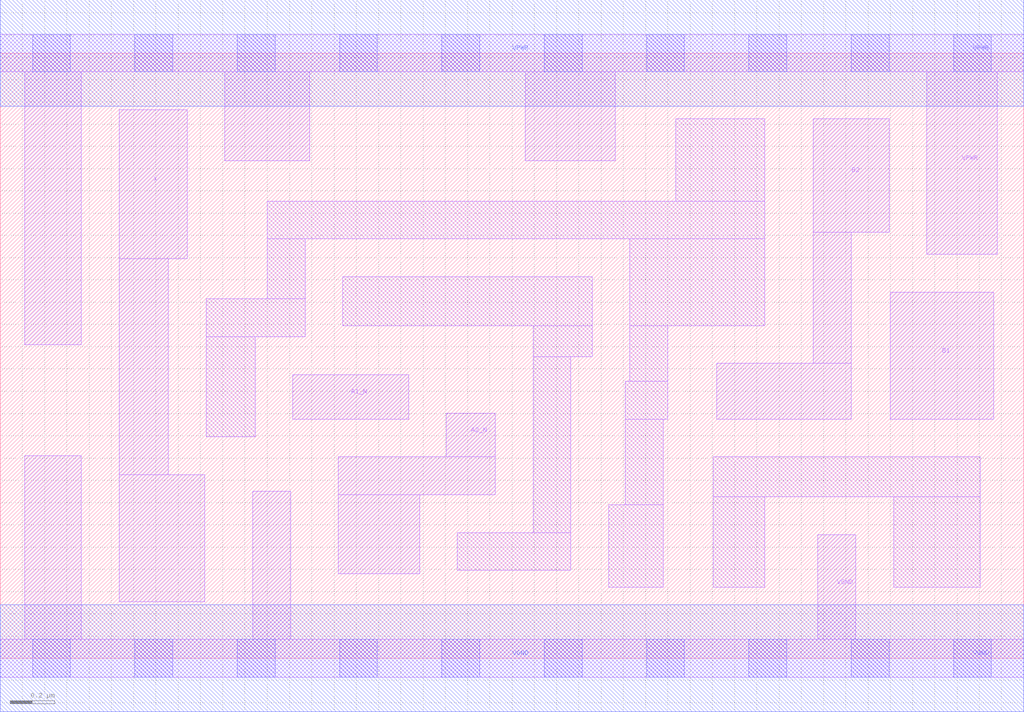
<source format=lef>
# Copyright 2020 The SkyWater PDK Authors
#
# Licensed under the Apache License, Version 2.0 (the "License");
# you may not use this file except in compliance with the License.
# You may obtain a copy of the License at
#
#     https://www.apache.org/licenses/LICENSE-2.0
#
# Unless required by applicable law or agreed to in writing, software
# distributed under the License is distributed on an "AS IS" BASIS,
# WITHOUT WARRANTIES OR CONDITIONS OF ANY KIND, either express or implied.
# See the License for the specific language governing permissions and
# limitations under the License.
#
# SPDX-License-Identifier: Apache-2.0

VERSION 5.7 ;
  NAMESCASESENSITIVE ON ;
  NOWIREEXTENSIONATPIN ON ;
  DIVIDERCHAR "/" ;
  BUSBITCHARS "[]" ;
UNITS
  DATABASE MICRONS 200 ;
END UNITS
PROPERTYDEFINITIONS
  MACRO maskLayoutSubType STRING ;
  MACRO prCellType STRING ;
  MACRO originalViewName STRING ;
END PROPERTYDEFINITIONS
MACRO sky130_fd_sc_hdll__o2bb2a_2
  CLASS CORE ;
  FOREIGN sky130_fd_sc_hdll__o2bb2a_2 ;
  ORIGIN  0.000000  0.000000 ;
  SIZE  4.600000 BY  2.720000 ;
  SYMMETRY X Y R90 ;
  SITE unithd ;
  PIN A1_N
    ANTENNAGATEAREA  0.178200 ;
    DIRECTION INPUT ;
    USE SIGNAL ;
    PORT
      LAYER li1 ;
        RECT 1.315000 1.075000 1.835000 1.275000 ;
    END
  END A1_N
  PIN A2_N
    ANTENNAGATEAREA  0.178200 ;
    DIRECTION INPUT ;
    USE SIGNAL ;
    PORT
      LAYER li1 ;
        RECT 1.520000 0.380000 1.885000 0.735000 ;
        RECT 1.520000 0.735000 2.225000 0.905000 ;
        RECT 2.005000 0.905000 2.225000 1.100000 ;
    END
  END A2_N
  PIN B1
    ANTENNAGATEAREA  0.178200 ;
    DIRECTION INPUT ;
    USE SIGNAL ;
    PORT
      LAYER li1 ;
        RECT 4.000000 1.075000 4.465000 1.645000 ;
    END
  END B1
  PIN B2
    ANTENNAGATEAREA  0.178200 ;
    DIRECTION INPUT ;
    USE SIGNAL ;
    PORT
      LAYER li1 ;
        RECT 3.220000 1.075000 3.825000 1.325000 ;
        RECT 3.655000 1.325000 3.825000 1.915000 ;
        RECT 3.655000 1.915000 3.995000 2.425000 ;
    END
  END B2
  PIN X
    ANTENNADIFFAREA  0.498000 ;
    DIRECTION OUTPUT ;
    USE SIGNAL ;
    PORT
      LAYER li1 ;
        RECT 0.535000 0.255000 0.920000 0.825000 ;
        RECT 0.535000 0.825000 0.755000 1.795000 ;
        RECT 0.535000 1.795000 0.840000 2.465000 ;
    END
  END X
  PIN VGND
    DIRECTION INOUT ;
    USE GROUND ;
    PORT
      LAYER li1 ;
        RECT 0.000000 -0.085000 4.600000 0.085000 ;
        RECT 0.110000  0.085000 0.365000 0.910000 ;
        RECT 1.135000  0.085000 1.305000 0.750000 ;
        RECT 3.675000  0.085000 3.845000 0.555000 ;
      LAYER mcon ;
        RECT 0.145000 -0.085000 0.315000 0.085000 ;
        RECT 0.605000 -0.085000 0.775000 0.085000 ;
        RECT 1.065000 -0.085000 1.235000 0.085000 ;
        RECT 1.525000 -0.085000 1.695000 0.085000 ;
        RECT 1.985000 -0.085000 2.155000 0.085000 ;
        RECT 2.445000 -0.085000 2.615000 0.085000 ;
        RECT 2.905000 -0.085000 3.075000 0.085000 ;
        RECT 3.365000 -0.085000 3.535000 0.085000 ;
        RECT 3.825000 -0.085000 3.995000 0.085000 ;
        RECT 4.285000 -0.085000 4.455000 0.085000 ;
      LAYER met1 ;
        RECT 0.000000 -0.240000 4.600000 0.240000 ;
    END
  END VGND
  PIN VPWR
    DIRECTION INOUT ;
    USE POWER ;
    PORT
      LAYER li1 ;
        RECT 0.000000 2.635000 4.600000 2.805000 ;
        RECT 0.110000 1.410000 0.365000 2.635000 ;
        RECT 1.010000 2.235000 1.390000 2.635000 ;
        RECT 2.360000 2.235000 2.765000 2.635000 ;
        RECT 4.165000 1.815000 4.480000 2.635000 ;
      LAYER mcon ;
        RECT 0.145000 2.635000 0.315000 2.805000 ;
        RECT 0.605000 2.635000 0.775000 2.805000 ;
        RECT 1.065000 2.635000 1.235000 2.805000 ;
        RECT 1.525000 2.635000 1.695000 2.805000 ;
        RECT 1.985000 2.635000 2.155000 2.805000 ;
        RECT 2.445000 2.635000 2.615000 2.805000 ;
        RECT 2.905000 2.635000 3.075000 2.805000 ;
        RECT 3.365000 2.635000 3.535000 2.805000 ;
        RECT 3.825000 2.635000 3.995000 2.805000 ;
        RECT 4.285000 2.635000 4.455000 2.805000 ;
      LAYER met1 ;
        RECT 0.000000 2.480000 4.600000 2.960000 ;
    END
  END VPWR
  OBS
    LAYER li1 ;
      RECT 0.925000 0.995000 1.145000 1.445000 ;
      RECT 0.925000 1.445000 1.370000 1.615000 ;
      RECT 1.200000 1.615000 1.370000 1.885000 ;
      RECT 1.200000 1.885000 3.435000 2.055000 ;
      RECT 1.540000 1.495000 2.660000 1.715000 ;
      RECT 2.055000 0.395000 2.565000 0.565000 ;
      RECT 2.395000 0.565000 2.565000 1.355000 ;
      RECT 2.395000 1.355000 2.660000 1.495000 ;
      RECT 2.735000 0.320000 2.980000 0.690000 ;
      RECT 2.810000 0.690000 2.980000 1.075000 ;
      RECT 2.810000 1.075000 3.000000 1.245000 ;
      RECT 2.830000 1.245000 3.000000 1.495000 ;
      RECT 2.830000 1.495000 3.435000 1.885000 ;
      RECT 3.035000 2.055000 3.435000 2.425000 ;
      RECT 3.205000 0.320000 3.435000 0.725000 ;
      RECT 3.205000 0.725000 4.405000 0.905000 ;
      RECT 4.015000 0.320000 4.405000 0.725000 ;
  END
  PROPERTY maskLayoutSubType "abstract" ;
  PROPERTY prCellType "standard" ;
  PROPERTY originalViewName "layout" ;
END sky130_fd_sc_hdll__o2bb2a_2

</source>
